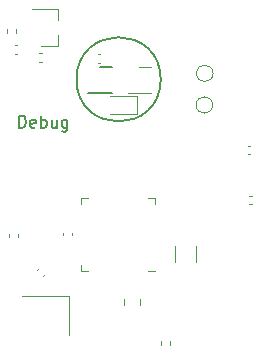
<source format=gbr>
G04 #@! TF.GenerationSoftware,KiCad,Pcbnew,5.1.10*
G04 #@! TF.CreationDate,2021-08-14T17:42:51+03:00*
G04 #@! TF.ProjectId,PlantBuddy,506c616e-7442-4756-9464-792e6b696361,rev?*
G04 #@! TF.SameCoordinates,Original*
G04 #@! TF.FileFunction,Legend,Top*
G04 #@! TF.FilePolarity,Positive*
%FSLAX46Y46*%
G04 Gerber Fmt 4.6, Leading zero omitted, Abs format (unit mm)*
G04 Created by KiCad (PCBNEW 5.1.10) date 2021-08-14 17:42:51*
%MOMM*%
%LPD*%
G01*
G04 APERTURE LIST*
%ADD10C,0.150000*%
%ADD11C,0.120000*%
G04 APERTURE END LIST*
D10*
X57321980Y-60360380D02*
X57321980Y-59360380D01*
X57560076Y-59360380D01*
X57702933Y-59408000D01*
X57798171Y-59503238D01*
X57845790Y-59598476D01*
X57893409Y-59788952D01*
X57893409Y-59931809D01*
X57845790Y-60122285D01*
X57798171Y-60217523D01*
X57702933Y-60312761D01*
X57560076Y-60360380D01*
X57321980Y-60360380D01*
X58702933Y-60312761D02*
X58607695Y-60360380D01*
X58417219Y-60360380D01*
X58321980Y-60312761D01*
X58274361Y-60217523D01*
X58274361Y-59836571D01*
X58321980Y-59741333D01*
X58417219Y-59693714D01*
X58607695Y-59693714D01*
X58702933Y-59741333D01*
X58750552Y-59836571D01*
X58750552Y-59931809D01*
X58274361Y-60027047D01*
X59179123Y-60360380D02*
X59179123Y-59360380D01*
X59179123Y-59741333D02*
X59274361Y-59693714D01*
X59464838Y-59693714D01*
X59560076Y-59741333D01*
X59607695Y-59788952D01*
X59655314Y-59884190D01*
X59655314Y-60169904D01*
X59607695Y-60265142D01*
X59560076Y-60312761D01*
X59464838Y-60360380D01*
X59274361Y-60360380D01*
X59179123Y-60312761D01*
X60512457Y-59693714D02*
X60512457Y-60360380D01*
X60083885Y-59693714D02*
X60083885Y-60217523D01*
X60131504Y-60312761D01*
X60226742Y-60360380D01*
X60369600Y-60360380D01*
X60464838Y-60312761D01*
X60512457Y-60265142D01*
X61417219Y-59693714D02*
X61417219Y-60503238D01*
X61369600Y-60598476D01*
X61321980Y-60646095D01*
X61226742Y-60693714D01*
X61083885Y-60693714D01*
X60988647Y-60646095D01*
X61417219Y-60312761D02*
X61321980Y-60360380D01*
X61131504Y-60360380D01*
X61036266Y-60312761D01*
X60988647Y-60265142D01*
X60941028Y-60169904D01*
X60941028Y-59884190D01*
X60988647Y-59788952D01*
X61036266Y-59741333D01*
X61131504Y-59693714D01*
X61321980Y-59693714D01*
X61417219Y-59741333D01*
X69310060Y-56279440D02*
G75*
G03*
X69310060Y-56279440I-3565060J0D01*
G01*
D11*
X63115500Y-72537000D02*
X62565500Y-72537000D01*
X62565500Y-72537000D02*
X62565500Y-71987000D01*
X68235500Y-66317000D02*
X68785500Y-66317000D01*
X68785500Y-66317000D02*
X68785500Y-66867000D01*
X63115500Y-66317000D02*
X62565500Y-66317000D01*
X62565500Y-66317000D02*
X62565500Y-66867000D01*
X68235500Y-72537000D02*
X68785500Y-72537000D01*
X69300000Y-78448759D02*
X69300000Y-78756041D01*
X70060000Y-78448759D02*
X70060000Y-78756041D01*
X76901836Y-61884800D02*
X76686164Y-61884800D01*
X76901836Y-62604800D02*
X76686164Y-62604800D01*
X76787764Y-66872000D02*
X77003436Y-66872000D01*
X76787764Y-66152000D02*
X77003436Y-66152000D01*
X58835590Y-72429693D02*
X58988093Y-72277190D01*
X59344707Y-72938810D02*
X59497210Y-72786307D01*
X58987359Y-54827000D02*
X59294641Y-54827000D01*
X58987359Y-54067000D02*
X59294641Y-54067000D01*
X57044500Y-52314641D02*
X57044500Y-52007359D01*
X56284500Y-52314641D02*
X56284500Y-52007359D01*
X63960764Y-54857800D02*
X64176436Y-54857800D01*
X63960764Y-54137800D02*
X64176436Y-54137800D01*
X73702000Y-58447000D02*
G75*
G03*
X73702000Y-58447000I-700000J0D01*
G01*
X73742000Y-55767000D02*
G75*
G03*
X73742000Y-55767000I-700000J0D01*
G01*
X56937664Y-53388500D02*
X57153336Y-53388500D01*
X56937664Y-54108500D02*
X57153336Y-54108500D01*
X61787000Y-69261664D02*
X61787000Y-69477336D01*
X61067000Y-69261664D02*
X61067000Y-69477336D01*
X57189600Y-69401364D02*
X57189600Y-69617036D01*
X56469600Y-69401364D02*
X56469600Y-69617036D01*
X61556000Y-74644600D02*
X57556000Y-74644600D01*
X61556000Y-77944600D02*
X61556000Y-74644600D01*
X70517800Y-71742800D02*
X70517800Y-70392800D01*
X72267800Y-71742800D02*
X72267800Y-70392800D01*
X66178000Y-75406578D02*
X66178000Y-74889422D01*
X67598000Y-75406578D02*
X67598000Y-74889422D01*
X60599500Y-53487000D02*
X60599500Y-52557000D01*
X60599500Y-50327000D02*
X60599500Y-51257000D01*
X60599500Y-50327000D02*
X58439500Y-50327000D01*
X60599500Y-53487000D02*
X59139500Y-53487000D01*
X67511600Y-55219800D02*
X68511600Y-55219800D01*
X66511600Y-57439800D02*
X68511600Y-57439800D01*
X67331600Y-57699800D02*
X65046600Y-57699800D01*
X67331600Y-59169800D02*
X67331600Y-57699800D01*
X65046600Y-59169800D02*
X67331600Y-59169800D01*
D10*
X63191600Y-57429800D02*
X65191600Y-57429800D01*
X64191600Y-55229800D02*
X65191600Y-55229800D01*
M02*

</source>
